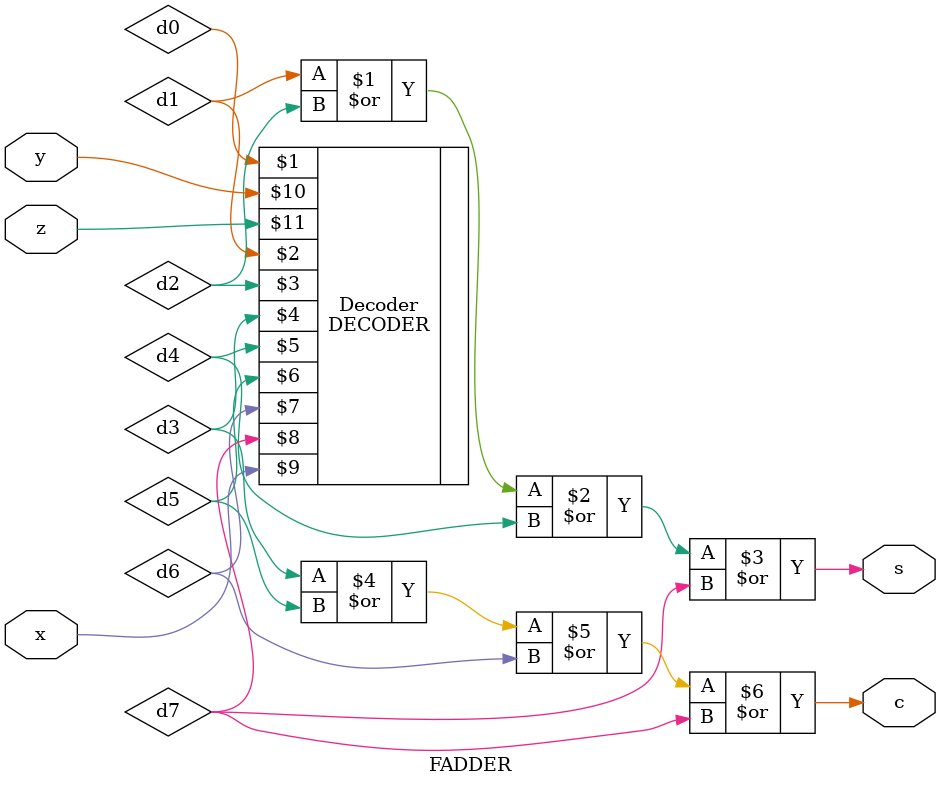
<source format=v>
module FADDER(s, c, x, y, z);
    input x, y, z;
    output s, c;
    wire d0, d1, d2, d3, d4, d5, d6, d7;
    DECODER Decoder(d0, d1, d2, d3, d4, d5, d6, d7, x, y, z);

    assign s = d1 | d2 | d4 | d7;
    assign c = d3 | d5 | d6 | d7;
    
endmodule
</source>
